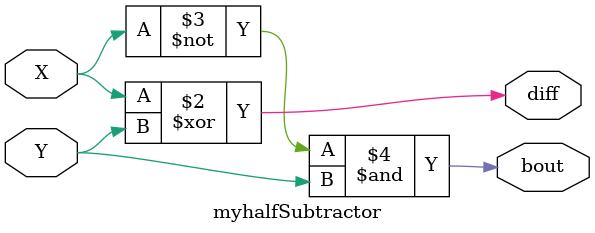
<source format=sv>
module myhalfSubtractor(X, Y, diff, bout);
    input X, Y;
    output reg diff, bout;

    always @(X or Y)
    begin
        diff = X ^ Y;
        bout = (~X) & Y;
    end
endmodule
</source>
